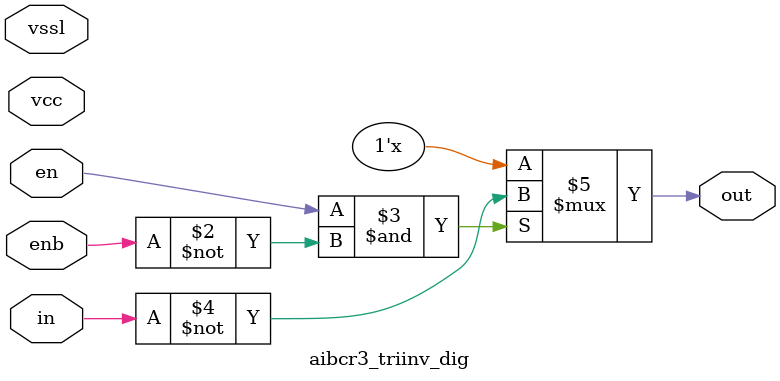
<source format=v>

module aibcr3_triinv_dig ( out, en, enb, in, vcc, vssl );

output  out;

input  en, enb, in, vcc, vssl;


assign out = ((en == 1'b1) & (enb == 1'b0))? ~in : 1'bz; 


endmodule


</source>
